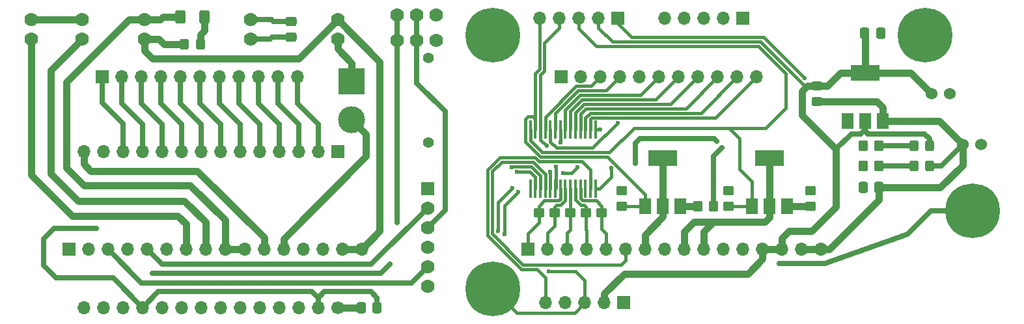
<source format=gbr>
%TF.GenerationSoftware,KiCad,Pcbnew,8.0.1*%
%TF.CreationDate,2025-04-21T12:55:39-06:00*%
%TF.ProjectId,Project,50726f6a-6563-4742-9e6b-696361645f70,A*%
%TF.SameCoordinates,Original*%
%TF.FileFunction,Copper,L1,Top*%
%TF.FilePolarity,Positive*%
%FSLAX46Y46*%
G04 Gerber Fmt 4.6, Leading zero omitted, Abs format (unit mm)*
G04 Created by KiCad (PCBNEW 8.0.1) date 2025-04-21 12:55:39*
%MOMM*%
%LPD*%
G01*
G04 APERTURE LIST*
G04 Aperture macros list*
%AMRoundRect*
0 Rectangle with rounded corners*
0 $1 Rounding radius*
0 $2 $3 $4 $5 $6 $7 $8 $9 X,Y pos of 4 corners*
0 Add a 4 corners polygon primitive as box body*
4,1,4,$2,$3,$4,$5,$6,$7,$8,$9,$2,$3,0*
0 Add four circle primitives for the rounded corners*
1,1,$1+$1,$2,$3*
1,1,$1+$1,$4,$5*
1,1,$1+$1,$6,$7*
1,1,$1+$1,$8,$9*
0 Add four rect primitives between the rounded corners*
20,1,$1+$1,$2,$3,$4,$5,0*
20,1,$1+$1,$4,$5,$6,$7,0*
20,1,$1+$1,$6,$7,$8,$9,0*
20,1,$1+$1,$8,$9,$2,$3,0*%
G04 Aperture macros list end*
%TA.AperFunction,SMDPad,CuDef*%
%ADD10R,1.500000X2.000000*%
%TD*%
%TA.AperFunction,SMDPad,CuDef*%
%ADD11R,3.800000X2.000000*%
%TD*%
%TA.AperFunction,ComponentPad*%
%ADD12R,1.700000X1.700000*%
%TD*%
%TA.AperFunction,ComponentPad*%
%ADD13O,1.700000X1.700000*%
%TD*%
%TA.AperFunction,SMDPad,CuDef*%
%ADD14RoundRect,0.250000X-0.325000X-0.450000X0.325000X-0.450000X0.325000X0.450000X-0.325000X0.450000X0*%
%TD*%
%TA.AperFunction,SMDPad,CuDef*%
%ADD15RoundRect,0.250000X-0.337500X-0.475000X0.337500X-0.475000X0.337500X0.475000X-0.337500X0.475000X0*%
%TD*%
%TA.AperFunction,ComponentPad*%
%ADD16RoundRect,0.250000X-0.337500X-0.475000X0.337500X-0.475000X0.337500X0.475000X-0.337500X0.475000X0*%
%TD*%
%TA.AperFunction,SMDPad,CuDef*%
%ADD17RoundRect,0.250000X-0.350000X-0.450000X0.350000X-0.450000X0.350000X0.450000X-0.350000X0.450000X0*%
%TD*%
%TA.AperFunction,ComponentPad*%
%ADD18RoundRect,0.250000X-0.350000X-0.450000X0.350000X-0.450000X0.350000X0.450000X-0.350000X0.450000X0*%
%TD*%
%TA.AperFunction,ComponentPad*%
%ADD19C,1.700000*%
%TD*%
%TA.AperFunction,ComponentPad*%
%ADD20C,1.778000*%
%TD*%
%TA.AperFunction,SMDPad,CuDef*%
%ADD21RoundRect,0.250000X0.337500X0.475000X-0.337500X0.475000X-0.337500X-0.475000X0.337500X-0.475000X0*%
%TD*%
%TA.AperFunction,ComponentPad*%
%ADD22RoundRect,0.250000X0.337500X0.475000X-0.337500X0.475000X-0.337500X-0.475000X0.337500X-0.475000X0*%
%TD*%
%TA.AperFunction,ComponentPad*%
%ADD23RoundRect,0.250000X0.450000X-0.325000X0.450000X0.325000X-0.450000X0.325000X-0.450000X-0.325000X0*%
%TD*%
%TA.AperFunction,SMDPad,CuDef*%
%ADD24RoundRect,0.250000X0.450000X-0.325000X0.450000X0.325000X-0.450000X0.325000X-0.450000X-0.325000X0*%
%TD*%
%TA.AperFunction,ComponentPad*%
%ADD25C,1.524000*%
%TD*%
%TA.AperFunction,SMDPad,CuDef*%
%ADD26RoundRect,0.250000X0.450000X-0.350000X0.450000X0.350000X-0.450000X0.350000X-0.450000X-0.350000X0*%
%TD*%
%TA.AperFunction,ComponentPad*%
%ADD27RoundRect,0.250000X0.450000X-0.350000X0.450000X0.350000X-0.450000X0.350000X-0.450000X-0.350000X0*%
%TD*%
%TA.AperFunction,ComponentPad*%
%ADD28C,7.112000*%
%TD*%
%TA.AperFunction,ComponentPad*%
%ADD29R,1.778000X1.778000*%
%TD*%
%TA.AperFunction,SMDPad,CuDef*%
%ADD30R,0.430000X2.350000*%
%TD*%
%TA.AperFunction,SMDPad,CuDef*%
%ADD31RoundRect,0.250000X-0.475000X0.337500X-0.475000X-0.337500X0.475000X-0.337500X0.475000X0.337500X0*%
%TD*%
%TA.AperFunction,ComponentPad*%
%ADD32C,1.400000*%
%TD*%
%TA.AperFunction,ComponentPad*%
%ADD33R,3.500000X3.500000*%
%TD*%
%TA.AperFunction,ComponentPad*%
%ADD34C,3.500000*%
%TD*%
%TA.AperFunction,ComponentPad*%
%ADD35R,1.500000X2.000000*%
%TD*%
%TA.AperFunction,SMDPad,CuDef*%
%ADD36RoundRect,0.250000X-0.400000X-0.625000X0.400000X-0.625000X0.400000X0.625000X-0.400000X0.625000X0*%
%TD*%
%TA.AperFunction,ViaPad*%
%ADD37C,0.600000*%
%TD*%
%TA.AperFunction,Conductor*%
%ADD38C,0.381000*%
%TD*%
%TA.AperFunction,Conductor*%
%ADD39C,0.635000*%
%TD*%
%TA.AperFunction,Conductor*%
%ADD40C,0.889000*%
%TD*%
G04 APERTURE END LIST*
D10*
%TO.P,Q2,1,G*%
%TO.N,Net-(Q2-G)*%
X150270000Y-74070000D03*
D11*
%TO.P,Q2,2,D*%
%TO.N,Laser{slash}PWM*%
X152570000Y-67770000D03*
D10*
X152570000Y-74070000D03*
%TO.P,Q2,3,S*%
%TO.N,Net-(Q2-S)*%
X154870000Y-74070000D03*
%TD*%
D12*
%TO.P,J2,1,1*%
%TO.N,+7.4V*%
X146730300Y-49560100D03*
D13*
%TO.P,J2,2,2*%
%TO.N,+5V*%
X144190300Y-49560100D03*
%TO.P,J2,3,3*%
%TO.N,Net-(Q3-G)*%
X141650300Y-49560100D03*
%TO.P,J2,4,4*%
%TO.N,Net-(Q1-G)*%
X139110300Y-49560100D03*
%TO.P,J2,5,5*%
%TO.N,Net-(Q2-G)*%
X136570300Y-49560100D03*
%TD*%
D14*
%TO.P,D1,1,K*%
%TO.N,Net-(D1-K)*%
X185235200Y-68831200D03*
%TO.P,D1,2,A*%
%TO.N,+7.4V*%
X187285200Y-68831200D03*
%TD*%
D15*
%TO.P,C4,1*%
%TO.N,+5V*%
X178851200Y-51559200D03*
D16*
%TO.P,C4,2*%
%TO.N,GND*%
X180926200Y-51559200D03*
%TD*%
D17*
%TO.P,R13,1*%
%TO.N,Net-(Q2-S)*%
X157160300Y-74071100D03*
D18*
%TO.P,R13,2*%
%TO.N,GND*%
X159160300Y-74071100D03*
%TD*%
D14*
%TO.P,D5,1,K*%
%TO.N,+7.4V_Top*%
X90366200Y-52956200D03*
%TO.P,D5,2,A*%
%TO.N,Net-(D5-A)*%
X92416200Y-52956200D03*
%TD*%
D12*
%TO.P,U3,1,RST*%
%TO.N,unconnected-(U3-RST-Pad1)*%
X110314200Y-66926200D03*
D13*
%TO.P,U3,2,TRIG0*%
%TO.N,TRIG0_Top*%
X107774200Y-66926200D03*
%TO.P,U3,3,TRIG1*%
%TO.N,TRIG1_Top*%
X105234200Y-66926200D03*
%TO.P,U3,4,TRIG2*%
%TO.N,TRIG2_Top*%
X102694200Y-66926200D03*
%TO.P,U3,5,TRIG3*%
%TO.N,TRIG3_Top*%
X100154200Y-66926200D03*
%TO.P,U3,6,TRIG4*%
%TO.N,TRIG4_Top*%
X97614200Y-66926200D03*
%TO.P,U3,7,TRIG5*%
%TO.N,TRIG5_Top*%
X95074200Y-66926200D03*
%TO.P,U3,8,TRIG6*%
%TO.N,TRIG6_Top*%
X92534200Y-66926200D03*
%TO.P,U3,9,TRIG7*%
%TO.N,TRIG7_Top*%
X89994200Y-66926200D03*
%TO.P,U3,10,TRIG8*%
%TO.N,TRIG8_Top*%
X87454200Y-66926200D03*
%TO.P,U3,11,TRIG9*%
%TO.N,TRIG9_Top*%
X84914200Y-66926200D03*
%TO.P,U3,12,TRIG10*%
%TO.N,TRIG10_Top*%
X82374200Y-66926200D03*
%TO.P,U3,13,ACT*%
%TO.N,unconnected-(U3-ACT-Pad13)*%
X79834200Y-66926200D03*
%TO.P,U3,14,GND*%
%TO.N,GND*%
X77294200Y-66926200D03*
%TO.P,U3,15,GND*%
X77294200Y-87246200D03*
%TO.P,U3,16,L*%
%TO.N,unconnected-(U3-L-Pad16)*%
X79834200Y-87246200D03*
%TO.P,U3,17,R*%
%TO.N,unconnected-(U3-R-Pad17)*%
X82374200Y-87246200D03*
%TO.P,U3,18,GND*%
%TO.N,GND*%
X84914200Y-87246200D03*
%TO.P,U3,19,CS*%
%TO.N,unconnected-(U3-CS-Pad19)*%
X87454200Y-87246200D03*
%TO.P,U3,20,VOL-*%
%TO.N,unconnected-(U3-VOL--Pad20)*%
X89994200Y-87246200D03*
%TO.P,U3,21,VOL+*%
%TO.N,VOL+_Top*%
X92534200Y-87246200D03*
%TO.P,U3,22,UG*%
%TO.N,unconnected-(U3-UG-Pad22)*%
X95074200Y-87246200D03*
%TO.P,U3,23,RX*%
%TO.N,unconnected-(U3-RX-Pad23)*%
X97614200Y-87246200D03*
%TO.P,U3,24,TX*%
%TO.N,unconnected-(U3-TX-Pad24)*%
X100154200Y-87246200D03*
%TO.P,U3,25,PB*%
%TO.N,unconnected-(U3-PB-Pad25)*%
X102694200Y-87246200D03*
%TO.P,U3,26,BUS*%
%TO.N,unconnected-(U3-BUS-Pad26)*%
X105234200Y-87246200D03*
%TO.P,U3,27,GND*%
%TO.N,GND*%
X107774200Y-87246200D03*
D19*
%TO.P,U3,28,VIN*%
%TO.N,+5V_Top*%
X110314200Y-87246200D03*
%TD*%
D14*
%TO.P,D3,1,K*%
%TO.N,Net-(D3-K)*%
X185242200Y-66164200D03*
%TO.P,D3,2,A*%
%TO.N,+5V*%
X187292200Y-66164200D03*
%TD*%
D12*
%TO.P,J4,1,1*%
%TO.N,TRIG10*%
X139397200Y-57198000D03*
D13*
%TO.P,J4,2,2*%
%TO.N,TRIG9*%
X141937200Y-57198000D03*
%TO.P,J4,3,3*%
%TO.N,TRIG8*%
X144477200Y-57198000D03*
%TO.P,J4,4,4*%
%TO.N,TRIG7*%
X147017200Y-57198000D03*
%TO.P,J4,5,5*%
%TO.N,TRIG6*%
X149557200Y-57198000D03*
%TO.P,J4,6,6*%
%TO.N,TRIG5*%
X152097200Y-57198000D03*
%TO.P,J4,7,7*%
%TO.N,TRIG4*%
X154637200Y-57198000D03*
%TO.P,J4,8,8*%
%TO.N,TRIG3*%
X157177200Y-57198000D03*
%TO.P,J4,9,9*%
%TO.N,TRIG2*%
X159717200Y-57198000D03*
%TO.P,J4,10,10*%
%TO.N,TRIG1*%
X162257200Y-57198000D03*
%TO.P,J4,11,11*%
%TO.N,TRIG0*%
X164797200Y-57198000D03*
%TD*%
D12*
%TO.P,J1,1,1*%
%TO.N,Net-(D4-K)*%
X147525200Y-86611200D03*
D13*
%TO.P,J1,2,2*%
%TO.N,+5V*%
X144985200Y-86611200D03*
%TO.P,J1,3,3*%
%TO.N,GND*%
X142445200Y-86611200D03*
%TO.P,J1,4,4*%
%TO.N,RB7*%
X139905200Y-86611200D03*
%TO.P,J1,5,5*%
%TO.N,RB6*%
X137365200Y-86611200D03*
%TD*%
D12*
%TO.P,J3,1,1*%
%TO.N,Fire*%
X162986300Y-49560100D03*
D13*
%TO.P,J3,2,2*%
%TO.N,Frequency Select*%
X160446300Y-49560100D03*
%TO.P,J3,3,3*%
%TO.N,Full-Auto*%
X157906300Y-49560100D03*
%TO.P,J3,4,4*%
%TO.N,Burst*%
X155366300Y-49560100D03*
%TO.P,J3,5,5*%
%TO.N,Semi-Auto*%
X152826300Y-49560100D03*
%TD*%
D20*
%TO.P,LD1,1,A*%
%TO.N,+5V_Top*%
X70436200Y-49781200D03*
%TO.P,LD1,2,K*%
%TO.N,Laser{slash}PWM_Top*%
X70436200Y-52321200D03*
%TD*%
D12*
%TO.P,J5,1,1*%
%TO.N,Fire*%
X135046300Y-79659100D03*
D13*
%TO.P,J5,2,2*%
%TO.N,Frequency Select*%
X137586300Y-79659100D03*
%TO.P,J5,3,3*%
%TO.N,Full-Auto*%
X140126300Y-79659100D03*
%TO.P,J5,4,4*%
%TO.N,Burst*%
X142666300Y-79659100D03*
%TO.P,J5,5,5*%
%TO.N,Semi-Auto*%
X145206300Y-79659100D03*
%TO.P,J5,6,6*%
%TO.N,VOL+*%
X147746300Y-79659100D03*
%TO.P,J5,7,7*%
%TO.N,Laser{slash}PWM*%
X150286300Y-79659100D03*
%TO.P,J5,8,8*%
%TO.N,Laser{slash}PWM2*%
X152826300Y-79659100D03*
%TO.P,J5,9,9*%
%TO.N,Solenoid*%
X155366300Y-79659100D03*
%TO.P,J5,10,10*%
X157906300Y-79659100D03*
%TO.P,J5,11,11*%
%TO.N,GND*%
X160446300Y-79659100D03*
%TO.P,J5,12,12*%
X162986300Y-79659100D03*
%TO.P,J5,13,13*%
%TO.N,+5V*%
X165526300Y-79659100D03*
%TO.P,J5,14,14*%
X168066300Y-79659100D03*
%TO.P,J5,15,15*%
%TO.N,+7.4V*%
X170606300Y-79659100D03*
%TO.P,J5,16,16*%
X173146300Y-79659100D03*
%TD*%
D21*
%TO.P,C2,1*%
%TO.N,+7.4V*%
X180715200Y-71625200D03*
D22*
%TO.P,C2,2*%
%TO.N,GND*%
X178640200Y-71625200D03*
%TD*%
D23*
%TO.P,D2,1,K*%
%TO.N,+7.4V*%
X172671200Y-60458200D03*
D24*
%TO.P,D2,2,A*%
%TO.N,+5V*%
X172671200Y-58408200D03*
%TD*%
D20*
%TO.P,SW2,1,1*%
%TO.N,+5V_Top*%
X99011200Y-49781200D03*
%TO.P,SW2,2,2*%
%TO.N,Fire_Top*%
X99011200Y-52321200D03*
%TD*%
D12*
%TO.P,J7,1,1*%
%TO.N,Fire_Top*%
X75313800Y-79659100D03*
D13*
%TO.P,J7,2,2*%
%TO.N,Frequency Select_Top*%
X77853800Y-79659100D03*
%TO.P,J7,3,3*%
%TO.N,Full-Auto_Top*%
X80393800Y-79659100D03*
%TO.P,J7,4,4*%
%TO.N,Burst_Top*%
X82933800Y-79659100D03*
%TO.P,J7,5,5*%
%TO.N,Semi-Auto_Top*%
X85473800Y-79659100D03*
%TO.P,J7,6,6*%
%TO.N,VOL+_Top*%
X88013800Y-79659100D03*
%TO.P,J7,7,7*%
%TO.N,Laser{slash}PWM_Top*%
X90553800Y-79659100D03*
%TO.P,J7,8,8*%
%TO.N,Laser{slash}PWM2_Top*%
X93093800Y-79659100D03*
%TO.P,J7,9,9*%
%TO.N,Solenoid_Top*%
X95633800Y-79659100D03*
%TO.P,J7,10,10*%
X98173800Y-79659100D03*
%TO.P,J7,11,11*%
%TO.N,GND*%
X100713800Y-79659100D03*
%TO.P,J7,12,12*%
X103253800Y-79659100D03*
%TO.P,J7,13,13*%
%TO.N,+5V_Top*%
X105793800Y-79659100D03*
%TO.P,J7,14,14*%
X108333800Y-79659100D03*
%TO.P,J7,15,15*%
%TO.N,+7.4V_Top*%
X110873800Y-79659100D03*
%TO.P,J7,16,16*%
X113413800Y-79659100D03*
%TD*%
D20*
%TO.P,SW3,1,A*%
%TO.N,Frequency Select_Top*%
X118061200Y-52448200D03*
X118061200Y-49197000D03*
%TO.P,SW3,2,B*%
%TO.N,+5V_Top*%
X120601200Y-52448200D03*
X120601200Y-49197000D03*
%TO.P,SW3,3,C*%
%TO.N,unconnected-(SW3-C-Pad3)*%
X123141200Y-52448200D03*
%TO.N,unconnected-(SW3-C-Pad3)_0*%
X123141200Y-49197000D03*
%TD*%
D10*
%TO.P,Q3,1,G*%
%TO.N,Net-(Q3-G)*%
X164134200Y-74083200D03*
%TO.P,Q3,2,D*%
%TO.N,Solenoid*%
X166434200Y-74083200D03*
D11*
X166434200Y-67783200D03*
D10*
%TO.P,Q3,3,S*%
%TO.N,Net-(Q3-S)*%
X168734200Y-74083200D03*
%TD*%
D25*
%TO.P,C3,1*%
%TO.N,+5V*%
X187530200Y-59433200D03*
%TO.P,C3,2*%
%TO.N,GND*%
X189943200Y-59433200D03*
%TD*%
D26*
%TO.P,R10,1*%
%TO.N,Net-(Q2-G)*%
X147238300Y-74038200D03*
D27*
%TO.P,R10,2*%
%TO.N,GND*%
X147238300Y-72038200D03*
%TD*%
D28*
%TO.P,,1*%
%TO.N,GND*%
X130507200Y-84833200D03*
%TD*%
D18*
%TO.P,R1,1*%
%TO.N,GND*%
X178656200Y-68831200D03*
D17*
%TO.P,R1,2*%
%TO.N,Net-(D1-K)*%
X180656200Y-68831200D03*
%TD*%
D21*
%TO.P,C7,1*%
%TO.N,GND*%
X115437200Y-87246200D03*
%TO.P,C7,2*%
%TO.N,+5V_Top*%
X113362200Y-87246200D03*
%TD*%
D18*
%TO.P,R2,1*%
%TO.N,GND*%
X178656200Y-66164200D03*
D17*
%TO.P,R2,2*%
%TO.N,Net-(D3-K)*%
X180656200Y-66164200D03*
%TD*%
D29*
%TO.P,SW4,1*%
%TO.N,Burst_Top*%
X121998200Y-71752200D03*
D20*
%TO.P,SW4,2*%
%TO.N,Semi-Auto_Top*%
X121998200Y-74292200D03*
%TO.P,SW4,3*%
%TO.N,+5V_Top*%
X121998200Y-76832200D03*
%TO.P,SW4,4*%
X121998200Y-79372200D03*
%TO.P,SW4,5*%
%TO.N,Full-Auto_Top*%
X121998200Y-81912200D03*
%TO.P,SW4,6*%
%TO.N,unconnected-(SW4-Pad6)*%
X121998200Y-84452200D03*
%TD*%
D30*
%TO.P,U2,1,RE3/~{MCLR}/Vpp*%
%TO.N,Net-(D4-K)*%
X143805200Y-64102200D03*
%TO.P,U2,2,ULPWU/C12IN0-/AN0/RA0*%
%TO.N,TRIG0*%
X143155200Y-64102200D03*
%TO.P,U2,3,C12IN1-/AN1/RA1*%
%TO.N,TRIG1*%
X142505200Y-64102200D03*
%TO.P,U2,4,CVref/C2IN1+/Vref-/AN2/RA2*%
%TO.N,TRIG2*%
X141855200Y-64102200D03*
%TO.P,U2,5,C1IN+/Vref+/AN3/RA3*%
%TO.N,TRIG3*%
X141205200Y-64102200D03*
%TO.P,U2,6,T0CKI/C1OUT/RA4*%
%TO.N,TRIG4*%
X140555200Y-64102200D03*
%TO.P,U2,7,~{SS}/C2OUT/AN4/RA5*%
%TO.N,TRIG5*%
X139905200Y-64102200D03*
%TO.P,U2,8,VSS*%
%TO.N,GND*%
X139255200Y-64102200D03*
%TO.P,U2,9,CLKIN/OSC1/RA7*%
%TO.N,TRIG7*%
X138605200Y-64102200D03*
%TO.P,U2,10,CLKOUT/OSC2/RA6*%
%TO.N,TRIG6*%
X137955200Y-64102200D03*
%TO.P,U2,11,RC0/T1OSO/T1CK1*%
%TO.N,TRIG8*%
X137305200Y-64102200D03*
%TO.P,U2,12,RC1/T1OSI/CCP2*%
%TO.N,Net-(Q1-G)*%
X136655200Y-64102200D03*
%TO.P,U2,13,RC2/P1A/CCP1*%
%TO.N,Net-(Q2-G)*%
X136005200Y-64102200D03*
%TO.P,U2,14,RC3/SCK/SCL*%
%TO.N,Net-(Q3-G)*%
X135355200Y-64102200D03*
%TO.P,U2,15,RC4/SDI/SDA*%
%TO.N,unconnected-(U2-RC4{slash}SDI{slash}SDA-Pad15)*%
X135355200Y-71752200D03*
%TO.P,U2,16,RC5/SDO*%
%TO.N,TRIG9*%
X136005200Y-71752200D03*
%TO.P,U2,17,RC6/TX/CK*%
%TO.N,TRIG10*%
X136655200Y-71752200D03*
%TO.P,U2,18,RC7/RX/DT*%
%TO.N,VOL+*%
X137305200Y-71752200D03*
%TO.P,U2,19,VSS*%
%TO.N,GND*%
X137955200Y-71752200D03*
%TO.P,U2,20,VDD*%
%TO.N,+5V*%
X138605200Y-71752200D03*
%TO.P,U2,21,INT/AN12/RB0*%
%TO.N,Fire*%
X139255200Y-71752200D03*
%TO.P,U2,22,P1C/AN10/RB1*%
%TO.N,Frequency Select*%
X139905200Y-71752200D03*
%TO.P,U2,23,P1B/AN8/RB2*%
%TO.N,Full-Auto*%
X140555200Y-71752200D03*
%TO.P,U2,24,PGM/C12IN2-/AN8/RB3*%
%TO.N,Burst*%
X141205200Y-71752200D03*
%TO.P,U2,25,P1D/AN11/RB4*%
%TO.N,Semi-Auto*%
X141855200Y-71752200D03*
%TO.P,U2,26,~{T1G}/AN13/RB5*%
%TO.N,unconnected-(U2-~{T1G}{slash}AN13{slash}RB5-Pad26)*%
X142505200Y-71752200D03*
%TO.P,U2,27,ICSPCLK/RB6*%
%TO.N,RB6*%
X143155200Y-71752200D03*
%TO.P,U2,28,ICSPDAT/RB7*%
%TO.N,RB7*%
X143805200Y-71752200D03*
%TD*%
D28*
%TO.P,,1*%
%TO.N,GND*%
X130507200Y-51813200D03*
%TD*%
D20*
%TO.P,SW1,1,A*%
%TO.N,Net-(BT1-+)*%
X110314200Y-52321200D03*
%TO.P,SW1,2,B*%
%TO.N,+7.4V_Top*%
X110314200Y-49781200D03*
%TD*%
%TO.P,LD2,1,A*%
%TO.N,+5V_Top*%
X77040200Y-49781200D03*
%TO.P,LD2,2,K*%
%TO.N,Laser{slash}PWM2_Top*%
X77040200Y-52321200D03*
%TD*%
%TO.P,S1,1,+*%
%TO.N,+7.4V_Top*%
X85168200Y-52321200D03*
%TO.P,S1,2,-*%
%TO.N,Solenoid_Top*%
X85168200Y-49781200D03*
%TD*%
D31*
%TO.P,C8,1*%
%TO.N,+5V_Top*%
X104218200Y-49992200D03*
%TO.P,C8,2*%
%TO.N,Fire_Top*%
X104218200Y-52067200D03*
%TD*%
D28*
%TO.P,,1*%
%TO.N,GND*%
X186680000Y-51840000D03*
%TD*%
D26*
%TO.P,R14,1*%
%TO.N,Net-(Q3-S)*%
X171756800Y-74063600D03*
D27*
%TO.P,R14,2*%
%TO.N,GND*%
X171756800Y-72063600D03*
%TD*%
D32*
%TO.P,BT1,*%
%TO.N,*%
X122125200Y-54783200D03*
X122125200Y-65783200D03*
D33*
%TO.P,BT1,1,+*%
%TO.N,Net-(BT1-+)*%
X112125200Y-57783200D03*
D34*
%TO.P,BT1,2,-*%
%TO.N,GND*%
X112125200Y-62783200D03*
%TD*%
D12*
%TO.P,J6,1,1*%
%TO.N,TRIG10_Top*%
X79664700Y-57198000D03*
D13*
%TO.P,J6,2,2*%
%TO.N,TRIG9_Top*%
X82204700Y-57198000D03*
%TO.P,J6,3,3*%
%TO.N,TRIG8_Top*%
X84744700Y-57198000D03*
%TO.P,J6,4,4*%
%TO.N,TRIG7_Top*%
X87284700Y-57198000D03*
%TO.P,J6,5,5*%
%TO.N,TRIG6_Top*%
X89824700Y-57198000D03*
%TO.P,J6,6,6*%
%TO.N,TRIG5_Top*%
X92364700Y-57198000D03*
%TO.P,J6,7,7*%
%TO.N,TRIG4_Top*%
X94904700Y-57198000D03*
%TO.P,J6,8,8*%
%TO.N,TRIG3_Top*%
X97444700Y-57198000D03*
%TO.P,J6,9,9*%
%TO.N,TRIG2_Top*%
X99984700Y-57198000D03*
%TO.P,J6,10,10*%
%TO.N,TRIG1_Top*%
X102524700Y-57198000D03*
%TO.P,J6,11,11*%
%TO.N,TRIG0_Top*%
X105064700Y-57198000D03*
%TD*%
D26*
%TO.P,R11,1*%
%TO.N,Net-(Q3-G)*%
X161114200Y-74038200D03*
D27*
%TO.P,R11,2*%
%TO.N,GND*%
X161114200Y-72038200D03*
%TD*%
D25*
%TO.P,C1,1*%
%TO.N,+7.4V*%
X191594200Y-66037200D03*
%TO.P,C1,2*%
%TO.N,GND*%
X194007200Y-66037200D03*
%TD*%
D35*
%TO.P,U1,1,GND*%
%TO.N,GND*%
X176580200Y-62989200D03*
D10*
%TO.P,U1,2,VO*%
%TO.N,+5V*%
X178880200Y-62989200D03*
D11*
X178880200Y-56689200D03*
D10*
%TO.P,U1,3,VI*%
%TO.N,+7.4V*%
X181180200Y-62989200D03*
%TD*%
D28*
%TO.P,REF\u002A\u002A,1*%
%TO.N,GND*%
X192864200Y-74673200D03*
%TD*%
D36*
%TO.P,R15,1*%
%TO.N,Solenoid_Top*%
X89841200Y-49400200D03*
%TO.P,R15,2*%
%TO.N,Net-(D5-A)*%
X92941200Y-49400200D03*
%TD*%
D27*
%TO.P,R7,1*%
%TO.N,Burst*%
X142572200Y-74927200D03*
%TD*%
%TO.P,R5,1*%
%TO.N,Frequency Select*%
X138508200Y-74927200D03*
%TD*%
%TO.P,R6,1*%
%TO.N,Full-Auto*%
X140540200Y-74927200D03*
%TD*%
%TO.P,R8,1*%
%TO.N,Semi-Auto*%
X144604200Y-74927200D03*
%TD*%
%TO.P,R4,1*%
%TO.N,Fire*%
X136476200Y-74927200D03*
%TD*%
D37*
%TO.N,GND*%
X160270000Y-66480000D03*
X159620000Y-65620000D03*
X149050000Y-68520000D03*
X141500000Y-68960000D03*
X139590000Y-69780000D03*
X133750000Y-72240000D03*
X132000000Y-77670000D03*
X137790000Y-82540000D03*
X167730000Y-81550000D03*
X78910000Y-76920000D03*
X137955200Y-69593200D03*
X139300200Y-65783200D03*
%TO.N,Net-(D4-K)*%
X144477200Y-64106800D03*
%TO.N,RB7*%
X145859242Y-69090758D03*
%TO.N,+7.4V*%
X170994800Y-57401200D03*
%TO.N,Net-(Q1-G)*%
X137455000Y-66205000D03*
%TO.N,TRIG6*%
X146712400Y-63222500D03*
%TO.N,TRIG10*%
X132918500Y-68985100D03*
%TO.N,TRIG9*%
X133609000Y-69566100D03*
%TO.N,Frequency Select_Top*%
X117130000Y-81570000D03*
X86160000Y-82830000D03*
X118061200Y-76197200D03*
%TO.N,+5V*%
X133014300Y-71658100D03*
X138647900Y-68945500D03*
X131109300Y-77287542D03*
%TD*%
D38*
%TO.N,GND*%
X133624000Y-87950000D02*
X130507200Y-84833200D01*
X141106400Y-87950000D02*
X133624000Y-87950000D01*
X142445200Y-86611200D02*
X141106400Y-87950000D01*
D39*
X106950000Y-85200000D02*
X107774200Y-86024200D01*
X107774200Y-86024200D02*
X107774200Y-87246200D01*
X86960400Y-85200000D02*
X106950000Y-85200000D01*
X84914200Y-87246200D02*
X86960400Y-85200000D01*
%TO.N,Full-Auto_Top*%
X84764700Y-84030000D02*
X80393800Y-79659100D01*
X121998200Y-81912200D02*
X119880400Y-84030000D01*
X119880400Y-84030000D02*
X84764700Y-84030000D01*
%TO.N,Frequency Select_Top*%
X115870000Y-82830000D02*
X117130000Y-81570000D01*
X86160000Y-82830000D02*
X115870000Y-82830000D01*
%TO.N,GND*%
X149050000Y-65830000D02*
X149050000Y-68520000D01*
X159620000Y-65620000D02*
X159270000Y-65270000D01*
X159270000Y-65270000D02*
X149610000Y-65270000D01*
X149610000Y-65270000D02*
X149050000Y-65830000D01*
X159160300Y-67589700D02*
X159160300Y-74071100D01*
X160270000Y-66480000D02*
X159160300Y-67589700D01*
D40*
%TO.N,Solenoid*%
X166434200Y-75485800D02*
X165824400Y-76095600D01*
X166434200Y-74083200D02*
X166434200Y-75485800D01*
X165824400Y-76095600D02*
X159176300Y-76095600D01*
D38*
%TO.N,Net-(Q3-G)*%
X162580000Y-69281000D02*
X162580000Y-65270000D01*
X162580000Y-65270000D02*
X161180000Y-63870000D01*
X164134200Y-70835200D02*
X162580000Y-69281000D01*
X164134200Y-74083200D02*
X164134200Y-70835200D01*
X161180000Y-63870000D02*
X165948400Y-63870000D01*
X156979600Y-63870000D02*
X161180000Y-63870000D01*
X165948400Y-63870000D02*
X166184200Y-63634200D01*
X168556400Y-61262000D02*
X166184200Y-63634200D01*
X136919900Y-67054700D02*
X135355200Y-65490000D01*
X145644100Y-67054700D02*
X136919900Y-67054700D01*
X135355200Y-65490000D02*
X135355200Y-64102200D01*
X148828800Y-63870000D02*
X145644100Y-67054700D01*
X156979600Y-63870000D02*
X148828800Y-63870000D01*
%TO.N,Net-(Q2-G)*%
X136005200Y-62715200D02*
X136005200Y-64102200D01*
X134720000Y-62710000D02*
X135040000Y-62390000D01*
X134720000Y-65676458D02*
X134720000Y-62710000D01*
X136679242Y-67635700D02*
X134720000Y-65676458D01*
X135040000Y-62390000D02*
X135680000Y-62390000D01*
X145380700Y-67635700D02*
X136679242Y-67635700D01*
X150290200Y-72545200D02*
X145380700Y-67635700D01*
X150290200Y-74083200D02*
X150290200Y-72545200D01*
X135680000Y-62390000D02*
X136005200Y-62715200D01*
%TO.N,Net-(Q1-G)*%
X136655200Y-65405200D02*
X136655200Y-64102200D01*
X137455000Y-66205000D02*
X136655200Y-65405200D01*
D39*
%TO.N,GND*%
X187486800Y-74673200D02*
X192864200Y-74673200D01*
X173622632Y-81550000D02*
X184438695Y-77721305D01*
X167730000Y-81550000D02*
X173622632Y-81550000D01*
X184438695Y-77721305D02*
X187486800Y-74673200D01*
X115437200Y-86007200D02*
X115437200Y-87246200D01*
X114620000Y-85190000D02*
X115437200Y-86007200D01*
X108570000Y-85190000D02*
X114620000Y-85190000D01*
X107774200Y-87246200D02*
X107774200Y-85985800D01*
X107774200Y-85985800D02*
X108570000Y-85190000D01*
%TO.N,Semi-Auto_Top*%
X87444700Y-81630000D02*
X85473800Y-79659100D01*
X114660400Y-81630000D02*
X87444700Y-81630000D01*
X121998200Y-74292200D02*
X114660400Y-81630000D01*
D40*
%TO.N,Solenoid*%
X166434200Y-67783200D02*
X166434200Y-74083200D01*
%TO.N,Laser{slash}PWM*%
X152570000Y-67770000D02*
X152570000Y-74070000D01*
%TO.N,Net-(Q2-S)*%
X157159200Y-74070000D02*
X157160300Y-74071100D01*
X154870000Y-74070000D02*
X157159200Y-74070000D01*
D38*
%TO.N,TRIG6*%
X137955200Y-65658200D02*
X137955200Y-64102200D01*
X138770700Y-66473700D02*
X137955200Y-65658200D01*
X143461200Y-66473700D02*
X138770700Y-66473700D01*
X146712400Y-63222500D02*
X143461200Y-66473700D01*
%TO.N,GND*%
X139590000Y-69780000D02*
X140680000Y-69780000D01*
X140680000Y-69780000D02*
X141500000Y-68960000D01*
%TO.N,RB6*%
X137365200Y-83375000D02*
X137365200Y-86611200D01*
X134163142Y-82264600D02*
X136254800Y-82264600D01*
X129796000Y-77897458D02*
X134163142Y-82264600D01*
X129796000Y-69288400D02*
X129796000Y-77897458D01*
X135935484Y-67713600D02*
X131370800Y-67713600D01*
X136438584Y-68216700D02*
X135935484Y-67713600D01*
X143155200Y-69345200D02*
X142026700Y-68216700D01*
X143155200Y-71752200D02*
X143155200Y-69345200D01*
X142026700Y-68216700D02*
X136438584Y-68216700D01*
X136254800Y-82264600D02*
X137365200Y-83375000D01*
X131370800Y-67713600D02*
X129796000Y-69288400D01*
%TO.N,GND*%
X133730000Y-72240000D02*
X133750000Y-72240000D01*
X132000000Y-77670000D02*
X132000000Y-73970000D01*
X132000000Y-73970000D02*
X133730000Y-72240000D01*
X133750000Y-72220000D02*
X133740000Y-72230000D01*
X133750000Y-72240000D02*
X133750000Y-72220000D01*
X137840000Y-82530000D02*
X137790000Y-82540000D01*
X141230000Y-82530000D02*
X137840000Y-82530000D01*
X142445200Y-86611200D02*
X142445200Y-83745200D01*
X142445200Y-83745200D02*
X141230000Y-82530000D01*
X137820000Y-82530000D02*
X137830000Y-82530000D01*
X137790000Y-82540000D02*
X137820000Y-82530000D01*
D39*
%TO.N,+5V*%
X177096400Y-64660000D02*
X175109600Y-66646800D01*
X178880200Y-64079800D02*
X178300000Y-64660000D01*
X178880200Y-62989200D02*
X178880200Y-64079800D01*
X178300000Y-64660000D02*
X177096400Y-64660000D01*
D38*
%TO.N,RB7*%
X145859242Y-69090758D02*
X145859242Y-70243158D01*
X144350200Y-71752200D02*
X143805200Y-71752200D01*
X145859242Y-70243158D02*
X144350200Y-71752200D01*
D39*
%TO.N,GND*%
X78910000Y-76920000D02*
X78910000Y-76940000D01*
X72020000Y-78320000D02*
X73400000Y-76940000D01*
X72020000Y-81770000D02*
X72020000Y-78320000D01*
X73660000Y-83410000D02*
X72020000Y-81770000D01*
X81078000Y-83410000D02*
X73660000Y-83410000D01*
X73400000Y-76940000D02*
X78910000Y-76920000D01*
X84914200Y-87246200D02*
X81078000Y-83410000D01*
D40*
%TO.N,Net-(BT1-+)*%
X110314200Y-53591200D02*
X110314200Y-52321200D01*
X112125200Y-55402200D02*
X110314200Y-53591200D01*
X112125200Y-57783200D02*
X112125200Y-55402200D01*
%TO.N,GND*%
X78183200Y-69466200D02*
X77294200Y-68577200D01*
X113997200Y-67561200D02*
X113997200Y-64655200D01*
X100713800Y-79659100D02*
X100713800Y-78153800D01*
X103253800Y-78304600D02*
X113997200Y-67561200D01*
X113997200Y-64655200D02*
X112125200Y-62783200D01*
X92026200Y-69466200D02*
X78183200Y-69466200D01*
X103253800Y-79659100D02*
X103253800Y-78304600D01*
X77294200Y-68577200D02*
X77294200Y-66926200D01*
X100713800Y-78153800D02*
X92026200Y-69466200D01*
D39*
%TO.N,Net-(D1-K)*%
X180640200Y-68831200D02*
X185226200Y-68831200D01*
%TO.N,+5V_Top*%
X120601200Y-52448200D02*
X120601200Y-58036200D01*
D40*
X77040200Y-49781200D02*
X70436200Y-49781200D01*
D39*
X101932200Y-50035200D02*
X101678200Y-49781200D01*
X104218200Y-49992200D02*
X104175200Y-50035200D01*
X124284200Y-61719200D02*
X124284200Y-74546200D01*
X124284200Y-74546200D02*
X121998200Y-76832200D01*
X120601200Y-49197000D02*
X120601200Y-52448200D01*
X104175200Y-50035200D02*
X101932200Y-50035200D01*
D40*
X110314200Y-87246200D02*
X113362200Y-87246200D01*
D39*
X101678200Y-49781200D02*
X99011200Y-49781200D01*
X120601200Y-58036200D02*
X124284200Y-61719200D01*
%TO.N,Net-(D3-K)*%
X180672200Y-66164200D02*
X185251200Y-66164200D01*
D38*
%TO.N,Net-(D4-K)*%
X143809800Y-64106800D02*
X143805200Y-64102200D01*
X144477200Y-64106800D02*
X143809800Y-64106800D01*
D40*
%TO.N,Net-(D5-A)*%
X92941200Y-51178200D02*
X92941200Y-49400200D01*
X92416200Y-51703200D02*
X92941200Y-51178200D01*
X92416200Y-52956200D02*
X92416200Y-51703200D01*
D38*
%TO.N,+7.4V*%
X146730300Y-49560100D02*
X146730300Y-50289200D01*
D40*
X180715200Y-73182400D02*
X180715200Y-71625200D01*
X172671200Y-60458200D02*
X180427200Y-60458200D01*
X191594200Y-68704200D02*
X191594200Y-66037200D01*
X180427200Y-60458200D02*
X181180200Y-61211200D01*
D38*
X165660800Y-52067200D02*
X148508300Y-52067200D01*
D40*
X170588400Y-79651600D02*
X174246000Y-79651600D01*
X174246000Y-79651600D02*
X180715200Y-73182400D01*
X188673200Y-71625200D02*
X191594200Y-68704200D01*
D38*
X146730300Y-50289200D02*
X148508300Y-52067200D01*
D40*
X191594200Y-66037200D02*
X188546200Y-62989200D01*
D38*
X170994800Y-57401200D02*
X165660800Y-52067200D01*
D39*
X188800200Y-68831200D02*
X191594200Y-66037200D01*
X187285200Y-68831200D02*
X188800200Y-68831200D01*
D40*
X180715200Y-71625200D02*
X188673200Y-71625200D01*
X181180200Y-61211200D02*
X181180200Y-62989200D01*
X188546200Y-62989200D02*
X181180200Y-62989200D01*
D38*
%TO.N,Net-(Q1-G)*%
X139110300Y-50830100D02*
X137151300Y-52789100D01*
X137151300Y-52789100D02*
X137151300Y-56446700D01*
X139110300Y-49560100D02*
X139110300Y-50830100D01*
X136655200Y-56942800D02*
X136655200Y-64102200D01*
X137151300Y-56446700D02*
X136655200Y-56942800D01*
%TO.N,Net-(Q2-G)*%
X150304200Y-74097200D02*
X150290200Y-74083200D01*
X147283300Y-74083200D02*
X147238300Y-74038200D01*
X136570300Y-49560100D02*
X136570300Y-56206042D01*
X150245200Y-74038200D02*
X150290200Y-74083200D01*
X136005200Y-56771142D02*
X136005200Y-64102200D01*
X150290200Y-74083200D02*
X147283300Y-74083200D01*
X136570300Y-56206042D02*
X136005200Y-56771142D01*
%TO.N,TRIG1*%
X142505200Y-62546200D02*
X143126900Y-61924500D01*
X157530700Y-61924500D02*
X162257200Y-57198000D01*
X142505200Y-64102200D02*
X142505200Y-62546200D01*
X143126900Y-61924500D02*
X157530700Y-61924500D01*
%TO.N,TRIG0*%
X159463200Y-62532000D02*
X164797200Y-57198000D01*
X143155200Y-62717858D02*
X143341058Y-62532000D01*
X143155200Y-64102200D02*
X143155200Y-62717858D01*
X143341058Y-62532000D02*
X159463200Y-62532000D01*
%TO.N,GND*%
X137955200Y-69593200D02*
X137955200Y-71752200D01*
X139300200Y-64147200D02*
X139255200Y-64102200D01*
X139300200Y-65783200D02*
X139300200Y-64147200D01*
%TO.N,VOL+*%
X134403800Y-81683600D02*
X147118800Y-81683600D01*
X135694826Y-68294600D02*
X131611458Y-68294600D01*
X147728400Y-81074000D02*
X147728400Y-79651600D01*
X130377000Y-77656800D02*
X134403800Y-81683600D01*
X137305200Y-71752200D02*
X137305200Y-69904974D01*
X137305200Y-69904974D02*
X135694826Y-68294600D01*
X147118800Y-81683600D02*
X147728400Y-81074000D01*
X131611458Y-68294600D02*
X130377000Y-69529058D01*
X130377000Y-69529058D02*
X130377000Y-77656800D01*
%TO.N,TRIG4*%
X142061358Y-60181500D02*
X151653700Y-60181500D01*
X151653700Y-60181500D02*
X154637200Y-57198000D01*
X140555200Y-64102200D02*
X140555200Y-61687658D01*
X140555200Y-61687658D02*
X142061358Y-60181500D01*
%TO.N,TRIG10*%
X135454168Y-68875600D02*
X136655200Y-70076632D01*
X133028000Y-68875600D02*
X135454168Y-68875600D01*
X136655200Y-70076632D02*
X136655200Y-71752200D01*
X132918500Y-68985100D02*
X133028000Y-68875600D01*
%TO.N,TRIG2*%
X141855200Y-64102200D02*
X141855200Y-62030974D01*
X141855200Y-62030974D02*
X142542674Y-61343500D01*
X142542674Y-61343500D02*
X155571700Y-61343500D01*
X155571700Y-61343500D02*
X159717200Y-57198000D01*
%TO.N,TRIG7*%
X145195700Y-59019500D02*
X147017200Y-57198000D01*
X141580042Y-59019500D02*
X145195700Y-59019500D01*
X138605200Y-61994342D02*
X141580042Y-59019500D01*
X138605200Y-64102200D02*
X138605200Y-61994342D01*
%TO.N,TRIG3*%
X141205200Y-61859316D02*
X142302016Y-60762500D01*
X141205200Y-64102200D02*
X141205200Y-61859316D01*
X142302016Y-60762500D02*
X153612700Y-60762500D01*
X153612700Y-60762500D02*
X157177200Y-57198000D01*
%TO.N,TRIG5*%
X149694700Y-59600500D02*
X152097200Y-57198000D01*
X139905200Y-61516000D02*
X141820700Y-59600500D01*
X141820700Y-59600500D02*
X149694700Y-59600500D01*
X139905200Y-64102200D02*
X139905200Y-61516000D01*
%TO.N,TRIG8*%
X141339384Y-58438500D02*
X143236700Y-58438500D01*
X137305200Y-62472684D02*
X141339384Y-58438500D01*
X143236700Y-58438500D02*
X144477200Y-57198000D01*
X137305200Y-64102200D02*
X137305200Y-62472684D01*
%TO.N,TRIG9*%
X136005200Y-70248290D02*
X136005200Y-71752200D01*
X133609000Y-69566100D02*
X135323010Y-69566100D01*
X135323010Y-69566100D02*
X136005200Y-70248290D01*
D39*
%TO.N,Fire_Top*%
X101805200Y-52067200D02*
X101551200Y-52321200D01*
X101551200Y-52321200D02*
X99011200Y-52321200D01*
X104218200Y-52067200D02*
X101805200Y-52067200D01*
D40*
%TO.N,+7.4V_Top*%
X115775200Y-77297700D02*
X113413800Y-79659100D01*
X90366200Y-52956200D02*
X87708200Y-52956200D01*
X87073200Y-52321200D02*
X85168200Y-52321200D01*
X110314200Y-49781200D02*
X115775200Y-55242200D01*
X87708200Y-52956200D02*
X87073200Y-52321200D01*
X110873800Y-79659100D02*
X113413800Y-79659100D01*
X85168200Y-53845200D02*
X85168200Y-52321200D01*
X110314200Y-49781200D02*
X105234200Y-54861200D01*
X115775200Y-55242200D02*
X115775200Y-77297700D01*
X86184200Y-54861200D02*
X85168200Y-53845200D01*
X105234200Y-54861200D02*
X86184200Y-54861200D01*
%TO.N,Laser{slash}PWM*%
X152590200Y-75450200D02*
X150268400Y-77772000D01*
X150268400Y-77772000D02*
X150268400Y-79651600D01*
X152590200Y-74083200D02*
X152590200Y-75450200D01*
%TO.N,Solenoid*%
X159176300Y-76095600D02*
X156618400Y-76095600D01*
X157906300Y-77365600D02*
X159176300Y-76095600D01*
X155348400Y-77365600D02*
X156618400Y-76095600D01*
X155348400Y-79651600D02*
X155348400Y-77365600D01*
X157906300Y-79659100D02*
X157906300Y-77365600D01*
D38*
%TO.N,Fire*%
X136476200Y-76171800D02*
X135028400Y-77619600D01*
X136476200Y-74927200D02*
X136476200Y-74038200D01*
X137196700Y-73317700D02*
X139042200Y-73317700D01*
X136476200Y-74038200D02*
X137196700Y-73317700D01*
X135028400Y-77619600D02*
X135028400Y-79651600D01*
X139042200Y-73317700D02*
X139255200Y-73104700D01*
X136476200Y-74927200D02*
X136476200Y-76171800D01*
X139255200Y-73104700D02*
X139255200Y-71752200D01*
%TO.N,Semi-Auto*%
X141855200Y-73067200D02*
X141855200Y-71752200D01*
X144604200Y-77035400D02*
X145188400Y-77619600D01*
X145188400Y-77619600D02*
X145188400Y-79651600D01*
X143896200Y-73330200D02*
X142118200Y-73330200D01*
X144604200Y-74038200D02*
X143896200Y-73330200D01*
X144604200Y-74927200D02*
X144604200Y-77035400D01*
X144604200Y-74927200D02*
X144604200Y-74038200D01*
X142118200Y-73330200D02*
X141855200Y-73067200D01*
%TO.N,Burst*%
X142572200Y-77086200D02*
X142648400Y-77162400D01*
X142648400Y-77162400D02*
X142648400Y-79651600D01*
X141205200Y-73238858D02*
X141205200Y-71752200D01*
X142572200Y-74927200D02*
X142572200Y-74165200D01*
X141877542Y-73911200D02*
X141205200Y-73238858D01*
X142572200Y-74165200D02*
X142318200Y-73911200D01*
X142572200Y-74927200D02*
X142572200Y-77086200D01*
X142318200Y-73911200D02*
X141877542Y-73911200D01*
%TO.N,Full-Auto*%
X140540200Y-74927200D02*
X140540200Y-77137000D01*
X140540200Y-74927200D02*
X140540200Y-71767200D01*
X140540200Y-71767200D02*
X140555200Y-71752200D01*
X140540200Y-77137000D02*
X140108400Y-77568800D01*
X140108400Y-77568800D02*
X140108400Y-79651600D01*
%TO.N,Frequency Select*%
X138508200Y-74927200D02*
X138508200Y-74131529D01*
X138508200Y-74927200D02*
X138508200Y-76629000D01*
X139282858Y-73898700D02*
X139905200Y-73276358D01*
X139905200Y-73276358D02*
X139905200Y-71752200D01*
X137568400Y-77568800D02*
X137568400Y-79651600D01*
X138508200Y-74131529D02*
X138741029Y-73898700D01*
X138741029Y-73898700D02*
X139282858Y-73898700D01*
X138508200Y-76629000D02*
X137568400Y-77568800D01*
D39*
%TO.N,TRIG1_Top*%
X105234200Y-63370200D02*
X105234200Y-66926200D01*
X102524700Y-60660700D02*
X105234200Y-63370200D01*
X102524700Y-57198000D02*
X102524700Y-60660700D01*
%TO.N,TRIG4_Top*%
X97614200Y-63370200D02*
X97614200Y-66926200D01*
X94904700Y-60660700D02*
X97614200Y-63370200D01*
X94904700Y-57198000D02*
X94904700Y-60660700D01*
%TO.N,TRIG0_Top*%
X107774200Y-63370200D02*
X107774200Y-66926200D01*
X105064700Y-60660700D02*
X107774200Y-63370200D01*
X105064700Y-57198000D02*
X105064700Y-60660700D01*
%TO.N,TRIG2_Top*%
X102694200Y-63370200D02*
X102694200Y-66926200D01*
X99984700Y-57198000D02*
X99984700Y-60660700D01*
X99984700Y-60660700D02*
X102694200Y-63370200D01*
%TO.N,TRIG8_Top*%
X84744700Y-57198000D02*
X84744700Y-60660700D01*
X87454200Y-63370200D02*
X87454200Y-66926200D01*
X84744700Y-60660700D02*
X87454200Y-63370200D01*
%TO.N,TRIG10_Top*%
X82374200Y-63338450D02*
X82374200Y-66926200D01*
X79664700Y-60628950D02*
X82374200Y-63338450D01*
X79664700Y-57198000D02*
X79664700Y-60628950D01*
%TO.N,TRIG9_Top*%
X82204700Y-60660700D02*
X84914200Y-63370200D01*
X84914200Y-63370200D02*
X84914200Y-66926200D01*
X82204700Y-57198000D02*
X82204700Y-60660700D01*
%TO.N,TRIG3_Top*%
X100154200Y-63370200D02*
X100154200Y-66926200D01*
X97444700Y-57198000D02*
X97444700Y-60660700D01*
X97444700Y-60660700D02*
X100154200Y-63370200D01*
%TO.N,TRIG7_Top*%
X89994200Y-63370200D02*
X89994200Y-66926200D01*
X87284700Y-60660700D02*
X89994200Y-63370200D01*
X87284700Y-57198000D02*
X87284700Y-60660700D01*
%TO.N,TRIG6_Top*%
X89824700Y-60660700D02*
X92534200Y-63370200D01*
X92534200Y-63370200D02*
X92534200Y-66926200D01*
X89824700Y-57198000D02*
X89824700Y-60660700D01*
%TO.N,TRIG5_Top*%
X92364700Y-60660700D02*
X95074200Y-63370200D01*
X95074200Y-63370200D02*
X95074200Y-66926200D01*
X92364700Y-57198000D02*
X92364700Y-60660700D01*
D40*
%TO.N,Solenoid_Top*%
X95633800Y-75867800D02*
X91137200Y-71371200D01*
X95633800Y-79659100D02*
X95633800Y-75867800D01*
X87200200Y-49781200D02*
X85168200Y-49781200D01*
X77294200Y-71371200D02*
X75008200Y-69085200D01*
X91137200Y-71371200D02*
X77294200Y-71371200D01*
X87581200Y-49400200D02*
X89841200Y-49400200D01*
X83136200Y-49781200D02*
X85168200Y-49781200D01*
X87200200Y-49781200D02*
X87581200Y-49400200D01*
X98173800Y-79659100D02*
X95633800Y-79659100D01*
X75008200Y-69085200D02*
X75008200Y-57909200D01*
X75008200Y-57909200D02*
X83136200Y-49781200D01*
%TO.N,Laser{slash}PWM2_Top*%
X93093800Y-79659100D02*
X93093800Y-76121800D01*
X93093800Y-76121800D02*
X90375200Y-73403200D01*
X90375200Y-73403200D02*
X76532200Y-73403200D01*
X72976200Y-56385200D02*
X77040200Y-52321200D01*
X76532200Y-73403200D02*
X72976200Y-69847200D01*
X72976200Y-69847200D02*
X72976200Y-56385200D01*
D39*
%TO.N,Frequency Select_Top*%
X118061200Y-52448200D02*
X118061200Y-76197200D01*
X118061200Y-49197000D02*
X118061200Y-52448200D01*
X118061200Y-76197200D02*
X118061200Y-76070200D01*
D40*
%TO.N,Laser{slash}PWM_Top*%
X75770200Y-75308200D02*
X89486200Y-75308200D01*
X70436200Y-69974200D02*
X75770200Y-75308200D01*
X70436200Y-52321200D02*
X70436200Y-69974200D01*
X89486200Y-75308200D02*
X90553800Y-76375800D01*
X90553800Y-76375800D02*
X90553800Y-79659100D01*
%TO.N,Net-(Q3-S)*%
X168734200Y-74083200D02*
X171737200Y-74083200D01*
X171737200Y-74083200D02*
X171756800Y-74063600D01*
D38*
%TO.N,Net-(Q3-G)*%
X165024627Y-53229200D02*
X168556400Y-56760973D01*
X143922400Y-53229200D02*
X165024627Y-53229200D01*
X168556400Y-56760973D02*
X168556400Y-61262000D01*
X141650300Y-49560100D02*
X141650300Y-50957100D01*
X141650300Y-50957100D02*
X143922400Y-53229200D01*
X161114200Y-74038200D02*
X164089200Y-74038200D01*
X164089200Y-74038200D02*
X164134200Y-74083200D01*
D40*
%TO.N,+5V*%
X175109600Y-74165200D02*
X175109600Y-66646800D01*
X147560219Y-82834100D02*
X163621300Y-82834100D01*
X168066300Y-78203800D02*
X168955300Y-77314800D01*
X178880200Y-51588200D02*
X178851200Y-51559200D01*
D38*
X165265284Y-52648200D02*
X165375742Y-52758658D01*
X144190300Y-50830100D02*
X146008400Y-52648200D01*
D40*
X175109600Y-66646800D02*
X170690000Y-62227200D01*
X170690000Y-59077600D02*
X171359400Y-58408200D01*
X172671200Y-58408200D02*
X173950200Y-58408200D01*
D38*
X171025285Y-58408200D02*
X172671200Y-58408200D01*
D40*
X173950200Y-58408200D02*
X175669200Y-56689200D01*
X179969200Y-56799100D02*
X179969200Y-56689200D01*
D39*
X178880200Y-64245200D02*
X179275200Y-64640200D01*
X186641200Y-64640200D02*
X187292200Y-65291200D01*
X178880200Y-62989200D02*
X178880200Y-64245200D01*
D38*
X165265285Y-52648200D02*
X165375742Y-52758658D01*
X138605200Y-71752200D02*
X138645700Y-71711700D01*
X144190300Y-49560100D02*
X144190300Y-50830100D01*
D40*
X170690000Y-62227200D02*
X170690000Y-59077600D01*
X171359400Y-58408200D02*
X172671200Y-58408200D01*
X184786200Y-56689200D02*
X187530200Y-59433200D01*
D38*
X131109300Y-77287542D02*
X131109300Y-73563100D01*
D40*
X165526300Y-79659100D02*
X168066300Y-79659100D01*
X168066300Y-79659100D02*
X168066300Y-78203800D01*
X144985200Y-86611200D02*
X144985200Y-85409119D01*
D38*
X138647900Y-71709500D02*
X138605200Y-71752200D01*
D40*
X144985200Y-85409119D02*
X147560219Y-82834100D01*
D38*
X146008400Y-52648200D02*
X165265284Y-52648200D01*
D40*
X178880200Y-56689200D02*
X184786200Y-56689200D01*
X178880200Y-56689200D02*
X178880200Y-51588200D01*
D39*
X187292200Y-65291200D02*
X187292200Y-66164200D01*
D40*
X168955300Y-77314800D02*
X171960000Y-77314800D01*
X171960000Y-77314800D02*
X175109600Y-74165200D01*
X165526300Y-80929100D02*
X165526300Y-79659100D01*
D38*
X165375742Y-52758658D02*
X171025285Y-58408200D01*
D40*
X175669200Y-56689200D02*
X178880200Y-56689200D01*
X163621300Y-82834100D02*
X165526300Y-80929100D01*
D38*
X138647900Y-68945500D02*
X138647900Y-71709500D01*
D39*
X179275200Y-64640200D02*
X186641200Y-64640200D01*
D38*
X131109300Y-73563100D02*
X133014300Y-71658100D01*
%TD*%
M02*

</source>
